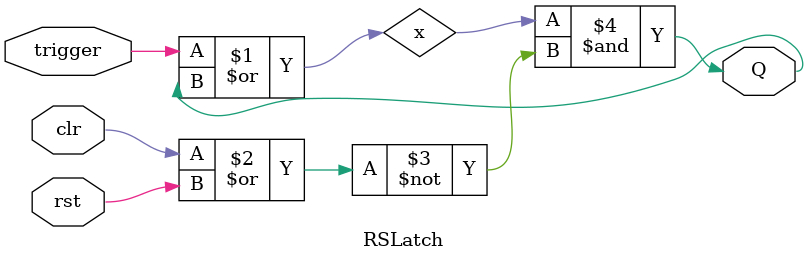
<source format=v>
module PBL(rst, pbl, pbr, clear, push, tie, right);	
	
	// -- Inputs
	input rst, pbl, pbr, clear;
	// -- Outputs
	output push, tie, right;
	// -- Internals
	wire G, H;
	wire G_in, H_in;
	
	assign G_in = (pbl & ~H);
	assign H_in = (pbr & ~G);
	
	// Create two RSLatches
	RSLatch GLatch(G_in, rst, clear, G);
	RSLatch HLatch(H_in, rst, clear, H);
	
	// Output logic
	assign push = (H | G);
	assign tie = (G & H);
	assign right = (H & ~G) & ~(clear | rst);
endmodule

module RSLatch(trigger, rst, clr, Q);
	input trigger;
	input rst;
	input clr;
	output Q;
	
	wire x;
	
	assign x = (trigger | Q); assign Q = x & ~(clr | rst);
endmodule

</source>
